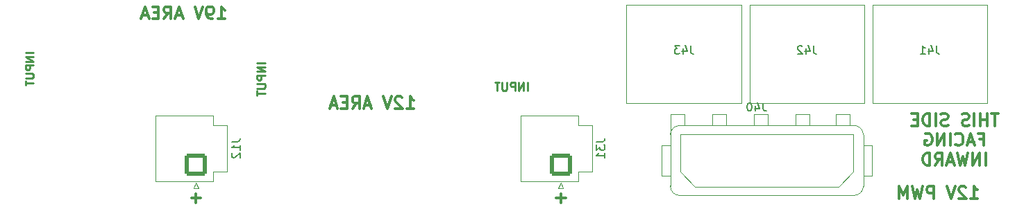
<source format=gbr>
%TF.GenerationSoftware,KiCad,Pcbnew,7.0.7*%
%TF.CreationDate,2023-09-16T18:41:48+02:00*%
%TF.ProjectId,dew_connector_pcb,6465775f-636f-46e6-9e65-63746f725f70,rev?*%
%TF.SameCoordinates,Original*%
%TF.FileFunction,Legend,Bot*%
%TF.FilePolarity,Positive*%
%FSLAX46Y46*%
G04 Gerber Fmt 4.6, Leading zero omitted, Abs format (unit mm)*
G04 Created by KiCad (PCBNEW 7.0.7) date 2023-09-16 18:41:48*
%MOMM*%
%LPD*%
G01*
G04 APERTURE LIST*
G04 Aperture macros list*
%AMRoundRect*
0 Rectangle with rounded corners*
0 $1 Rounding radius*
0 $2 $3 $4 $5 $6 $7 $8 $9 X,Y pos of 4 corners*
0 Add a 4 corners polygon primitive as box body*
4,1,4,$2,$3,$4,$5,$6,$7,$8,$9,$2,$3,0*
0 Add four circle primitives for the rounded corners*
1,1,$1+$1,$2,$3*
1,1,$1+$1,$4,$5*
1,1,$1+$1,$6,$7*
1,1,$1+$1,$8,$9*
0 Add four rect primitives between the rounded corners*
20,1,$1+$1,$2,$3,$4,$5,0*
20,1,$1+$1,$4,$5,$6,$7,0*
20,1,$1+$1,$6,$7,$8,$9,0*
20,1,$1+$1,$8,$9,$2,$3,0*%
G04 Aperture macros list end*
%ADD10C,0.300000*%
%ADD11C,0.250000*%
%ADD12C,0.150000*%
%ADD13C,0.120000*%
%ADD14O,2.000000X5.000000*%
%ADD15O,5.000000X2.000000*%
%ADD16O,2.500000X3.500000*%
%ADD17RoundRect,0.250001X1.099999X-1.099999X1.099999X1.099999X-1.099999X1.099999X-1.099999X-1.099999X0*%
%ADD18C,2.700000*%
%ADD19R,2.780000X2.780000*%
%ADD20C,2.780000*%
G04 APERTURE END LIST*
D10*
X115428571Y-74606900D02*
X116571429Y-74606900D01*
X116000000Y-75178328D02*
X116000000Y-74035471D01*
X70928571Y-74606900D02*
X72071429Y-74606900D01*
X71500000Y-75178328D02*
X71500000Y-74035471D01*
D11*
X111928570Y-61449619D02*
X111928570Y-60449619D01*
X111452380Y-61449619D02*
X111452380Y-60449619D01*
X111452380Y-60449619D02*
X110880952Y-61449619D01*
X110880952Y-61449619D02*
X110880952Y-60449619D01*
X110404761Y-61449619D02*
X110404761Y-60449619D01*
X110404761Y-60449619D02*
X110023809Y-60449619D01*
X110023809Y-60449619D02*
X109928571Y-60497238D01*
X109928571Y-60497238D02*
X109880952Y-60544857D01*
X109880952Y-60544857D02*
X109833333Y-60640095D01*
X109833333Y-60640095D02*
X109833333Y-60782952D01*
X109833333Y-60782952D02*
X109880952Y-60878190D01*
X109880952Y-60878190D02*
X109928571Y-60925809D01*
X109928571Y-60925809D02*
X110023809Y-60973428D01*
X110023809Y-60973428D02*
X110404761Y-60973428D01*
X109404761Y-60449619D02*
X109404761Y-61259142D01*
X109404761Y-61259142D02*
X109357142Y-61354380D01*
X109357142Y-61354380D02*
X109309523Y-61402000D01*
X109309523Y-61402000D02*
X109214285Y-61449619D01*
X109214285Y-61449619D02*
X109023809Y-61449619D01*
X109023809Y-61449619D02*
X108928571Y-61402000D01*
X108928571Y-61402000D02*
X108880952Y-61354380D01*
X108880952Y-61354380D02*
X108833333Y-61259142D01*
X108833333Y-61259142D02*
X108833333Y-60449619D01*
X108499999Y-60449619D02*
X107928571Y-60449619D01*
X108214285Y-61449619D02*
X108214285Y-60449619D01*
X79949619Y-58071429D02*
X78949619Y-58071429D01*
X79949619Y-58547619D02*
X78949619Y-58547619D01*
X78949619Y-58547619D02*
X79949619Y-59119047D01*
X79949619Y-59119047D02*
X78949619Y-59119047D01*
X79949619Y-59595238D02*
X78949619Y-59595238D01*
X78949619Y-59595238D02*
X78949619Y-59976190D01*
X78949619Y-59976190D02*
X78997238Y-60071428D01*
X78997238Y-60071428D02*
X79044857Y-60119047D01*
X79044857Y-60119047D02*
X79140095Y-60166666D01*
X79140095Y-60166666D02*
X79282952Y-60166666D01*
X79282952Y-60166666D02*
X79378190Y-60119047D01*
X79378190Y-60119047D02*
X79425809Y-60071428D01*
X79425809Y-60071428D02*
X79473428Y-59976190D01*
X79473428Y-59976190D02*
X79473428Y-59595238D01*
X78949619Y-60595238D02*
X79759142Y-60595238D01*
X79759142Y-60595238D02*
X79854380Y-60642857D01*
X79854380Y-60642857D02*
X79902000Y-60690476D01*
X79902000Y-60690476D02*
X79949619Y-60785714D01*
X79949619Y-60785714D02*
X79949619Y-60976190D01*
X79949619Y-60976190D02*
X79902000Y-61071428D01*
X79902000Y-61071428D02*
X79854380Y-61119047D01*
X79854380Y-61119047D02*
X79759142Y-61166666D01*
X79759142Y-61166666D02*
X78949619Y-61166666D01*
X78949619Y-61500000D02*
X78949619Y-62071428D01*
X79949619Y-61785714D02*
X78949619Y-61785714D01*
X51699619Y-56821429D02*
X50699619Y-56821429D01*
X51699619Y-57297619D02*
X50699619Y-57297619D01*
X50699619Y-57297619D02*
X51699619Y-57869047D01*
X51699619Y-57869047D02*
X50699619Y-57869047D01*
X51699619Y-58345238D02*
X50699619Y-58345238D01*
X50699619Y-58345238D02*
X50699619Y-58726190D01*
X50699619Y-58726190D02*
X50747238Y-58821428D01*
X50747238Y-58821428D02*
X50794857Y-58869047D01*
X50794857Y-58869047D02*
X50890095Y-58916666D01*
X50890095Y-58916666D02*
X51032952Y-58916666D01*
X51032952Y-58916666D02*
X51128190Y-58869047D01*
X51128190Y-58869047D02*
X51175809Y-58821428D01*
X51175809Y-58821428D02*
X51223428Y-58726190D01*
X51223428Y-58726190D02*
X51223428Y-58345238D01*
X50699619Y-59345238D02*
X51509142Y-59345238D01*
X51509142Y-59345238D02*
X51604380Y-59392857D01*
X51604380Y-59392857D02*
X51652000Y-59440476D01*
X51652000Y-59440476D02*
X51699619Y-59535714D01*
X51699619Y-59535714D02*
X51699619Y-59726190D01*
X51699619Y-59726190D02*
X51652000Y-59821428D01*
X51652000Y-59821428D02*
X51604380Y-59869047D01*
X51604380Y-59869047D02*
X51509142Y-59916666D01*
X51509142Y-59916666D02*
X50699619Y-59916666D01*
X50699619Y-60250000D02*
X50699619Y-60821428D01*
X51699619Y-60535714D02*
X50699619Y-60535714D01*
D10*
X97214284Y-63678328D02*
X98071427Y-63678328D01*
X97642856Y-63678328D02*
X97642856Y-62178328D01*
X97642856Y-62178328D02*
X97785713Y-62392614D01*
X97785713Y-62392614D02*
X97928570Y-62535471D01*
X97928570Y-62535471D02*
X98071427Y-62606900D01*
X96642856Y-62321185D02*
X96571428Y-62249757D01*
X96571428Y-62249757D02*
X96428571Y-62178328D01*
X96428571Y-62178328D02*
X96071428Y-62178328D01*
X96071428Y-62178328D02*
X95928571Y-62249757D01*
X95928571Y-62249757D02*
X95857142Y-62321185D01*
X95857142Y-62321185D02*
X95785713Y-62464042D01*
X95785713Y-62464042D02*
X95785713Y-62606900D01*
X95785713Y-62606900D02*
X95857142Y-62821185D01*
X95857142Y-62821185D02*
X96714285Y-63678328D01*
X96714285Y-63678328D02*
X95785713Y-63678328D01*
X95357142Y-62178328D02*
X94857142Y-63678328D01*
X94857142Y-63678328D02*
X94357142Y-62178328D01*
X92785714Y-63249757D02*
X92071429Y-63249757D01*
X92928571Y-63678328D02*
X92428571Y-62178328D01*
X92428571Y-62178328D02*
X91928571Y-63678328D01*
X90571429Y-63678328D02*
X91071429Y-62964042D01*
X91428572Y-63678328D02*
X91428572Y-62178328D01*
X91428572Y-62178328D02*
X90857143Y-62178328D01*
X90857143Y-62178328D02*
X90714286Y-62249757D01*
X90714286Y-62249757D02*
X90642857Y-62321185D01*
X90642857Y-62321185D02*
X90571429Y-62464042D01*
X90571429Y-62464042D02*
X90571429Y-62678328D01*
X90571429Y-62678328D02*
X90642857Y-62821185D01*
X90642857Y-62821185D02*
X90714286Y-62892614D01*
X90714286Y-62892614D02*
X90857143Y-62964042D01*
X90857143Y-62964042D02*
X91428572Y-62964042D01*
X89928572Y-62892614D02*
X89428572Y-62892614D01*
X89214286Y-63678328D02*
X89928572Y-63678328D01*
X89928572Y-63678328D02*
X89928572Y-62178328D01*
X89928572Y-62178328D02*
X89214286Y-62178328D01*
X88642857Y-63249757D02*
X87928572Y-63249757D01*
X88785714Y-63678328D02*
X88285714Y-62178328D01*
X88285714Y-62178328D02*
X87785714Y-63678328D01*
X165964284Y-74678328D02*
X166821427Y-74678328D01*
X166392856Y-74678328D02*
X166392856Y-73178328D01*
X166392856Y-73178328D02*
X166535713Y-73392614D01*
X166535713Y-73392614D02*
X166678570Y-73535471D01*
X166678570Y-73535471D02*
X166821427Y-73606900D01*
X165392856Y-73321185D02*
X165321428Y-73249757D01*
X165321428Y-73249757D02*
X165178571Y-73178328D01*
X165178571Y-73178328D02*
X164821428Y-73178328D01*
X164821428Y-73178328D02*
X164678571Y-73249757D01*
X164678571Y-73249757D02*
X164607142Y-73321185D01*
X164607142Y-73321185D02*
X164535713Y-73464042D01*
X164535713Y-73464042D02*
X164535713Y-73606900D01*
X164535713Y-73606900D02*
X164607142Y-73821185D01*
X164607142Y-73821185D02*
X165464285Y-74678328D01*
X165464285Y-74678328D02*
X164535713Y-74678328D01*
X164107142Y-73178328D02*
X163607142Y-74678328D01*
X163607142Y-74678328D02*
X163107142Y-73178328D01*
X161464286Y-74678328D02*
X161464286Y-73178328D01*
X161464286Y-73178328D02*
X160892857Y-73178328D01*
X160892857Y-73178328D02*
X160750000Y-73249757D01*
X160750000Y-73249757D02*
X160678571Y-73321185D01*
X160678571Y-73321185D02*
X160607143Y-73464042D01*
X160607143Y-73464042D02*
X160607143Y-73678328D01*
X160607143Y-73678328D02*
X160678571Y-73821185D01*
X160678571Y-73821185D02*
X160750000Y-73892614D01*
X160750000Y-73892614D02*
X160892857Y-73964042D01*
X160892857Y-73964042D02*
X161464286Y-73964042D01*
X160107143Y-73178328D02*
X159750000Y-74678328D01*
X159750000Y-74678328D02*
X159464286Y-73606900D01*
X159464286Y-73606900D02*
X159178571Y-74678328D01*
X159178571Y-74678328D02*
X158821429Y-73178328D01*
X158250000Y-74678328D02*
X158250000Y-73178328D01*
X158250000Y-73178328D02*
X157750000Y-74249757D01*
X157750000Y-74249757D02*
X157250000Y-73178328D01*
X157250000Y-73178328D02*
X157250000Y-74678328D01*
X74214284Y-52678328D02*
X75071427Y-52678328D01*
X74642856Y-52678328D02*
X74642856Y-51178328D01*
X74642856Y-51178328D02*
X74785713Y-51392614D01*
X74785713Y-51392614D02*
X74928570Y-51535471D01*
X74928570Y-51535471D02*
X75071427Y-51606900D01*
X73499999Y-52678328D02*
X73214285Y-52678328D01*
X73214285Y-52678328D02*
X73071428Y-52606900D01*
X73071428Y-52606900D02*
X72999999Y-52535471D01*
X72999999Y-52535471D02*
X72857142Y-52321185D01*
X72857142Y-52321185D02*
X72785713Y-52035471D01*
X72785713Y-52035471D02*
X72785713Y-51464042D01*
X72785713Y-51464042D02*
X72857142Y-51321185D01*
X72857142Y-51321185D02*
X72928571Y-51249757D01*
X72928571Y-51249757D02*
X73071428Y-51178328D01*
X73071428Y-51178328D02*
X73357142Y-51178328D01*
X73357142Y-51178328D02*
X73499999Y-51249757D01*
X73499999Y-51249757D02*
X73571428Y-51321185D01*
X73571428Y-51321185D02*
X73642856Y-51464042D01*
X73642856Y-51464042D02*
X73642856Y-51821185D01*
X73642856Y-51821185D02*
X73571428Y-51964042D01*
X73571428Y-51964042D02*
X73499999Y-52035471D01*
X73499999Y-52035471D02*
X73357142Y-52106900D01*
X73357142Y-52106900D02*
X73071428Y-52106900D01*
X73071428Y-52106900D02*
X72928571Y-52035471D01*
X72928571Y-52035471D02*
X72857142Y-51964042D01*
X72857142Y-51964042D02*
X72785713Y-51821185D01*
X72357142Y-51178328D02*
X71857142Y-52678328D01*
X71857142Y-52678328D02*
X71357142Y-51178328D01*
X69785714Y-52249757D02*
X69071429Y-52249757D01*
X69928571Y-52678328D02*
X69428571Y-51178328D01*
X69428571Y-51178328D02*
X68928571Y-52678328D01*
X67571429Y-52678328D02*
X68071429Y-51964042D01*
X68428572Y-52678328D02*
X68428572Y-51178328D01*
X68428572Y-51178328D02*
X67857143Y-51178328D01*
X67857143Y-51178328D02*
X67714286Y-51249757D01*
X67714286Y-51249757D02*
X67642857Y-51321185D01*
X67642857Y-51321185D02*
X67571429Y-51464042D01*
X67571429Y-51464042D02*
X67571429Y-51678328D01*
X67571429Y-51678328D02*
X67642857Y-51821185D01*
X67642857Y-51821185D02*
X67714286Y-51892614D01*
X67714286Y-51892614D02*
X67857143Y-51964042D01*
X67857143Y-51964042D02*
X68428572Y-51964042D01*
X66928572Y-51892614D02*
X66428572Y-51892614D01*
X66214286Y-52678328D02*
X66928572Y-52678328D01*
X66928572Y-52678328D02*
X66928572Y-51178328D01*
X66928572Y-51178328D02*
X66214286Y-51178328D01*
X65642857Y-52249757D02*
X64928572Y-52249757D01*
X65785714Y-52678328D02*
X65285714Y-51178328D01*
X65285714Y-51178328D02*
X64785714Y-52678328D01*
X169357142Y-64263328D02*
X168500000Y-64263328D01*
X168928571Y-65763328D02*
X168928571Y-64263328D01*
X168000000Y-65763328D02*
X168000000Y-64263328D01*
X168000000Y-64977614D02*
X167142857Y-64977614D01*
X167142857Y-65763328D02*
X167142857Y-64263328D01*
X166428571Y-65763328D02*
X166428571Y-64263328D01*
X165785713Y-65691900D02*
X165571428Y-65763328D01*
X165571428Y-65763328D02*
X165214285Y-65763328D01*
X165214285Y-65763328D02*
X165071428Y-65691900D01*
X165071428Y-65691900D02*
X164999999Y-65620471D01*
X164999999Y-65620471D02*
X164928570Y-65477614D01*
X164928570Y-65477614D02*
X164928570Y-65334757D01*
X164928570Y-65334757D02*
X164999999Y-65191900D01*
X164999999Y-65191900D02*
X165071428Y-65120471D01*
X165071428Y-65120471D02*
X165214285Y-65049042D01*
X165214285Y-65049042D02*
X165499999Y-64977614D01*
X165499999Y-64977614D02*
X165642856Y-64906185D01*
X165642856Y-64906185D02*
X165714285Y-64834757D01*
X165714285Y-64834757D02*
X165785713Y-64691900D01*
X165785713Y-64691900D02*
X165785713Y-64549042D01*
X165785713Y-64549042D02*
X165714285Y-64406185D01*
X165714285Y-64406185D02*
X165642856Y-64334757D01*
X165642856Y-64334757D02*
X165499999Y-64263328D01*
X165499999Y-64263328D02*
X165142856Y-64263328D01*
X165142856Y-64263328D02*
X164928570Y-64334757D01*
X163214285Y-65691900D02*
X163000000Y-65763328D01*
X163000000Y-65763328D02*
X162642857Y-65763328D01*
X162642857Y-65763328D02*
X162500000Y-65691900D01*
X162500000Y-65691900D02*
X162428571Y-65620471D01*
X162428571Y-65620471D02*
X162357142Y-65477614D01*
X162357142Y-65477614D02*
X162357142Y-65334757D01*
X162357142Y-65334757D02*
X162428571Y-65191900D01*
X162428571Y-65191900D02*
X162500000Y-65120471D01*
X162500000Y-65120471D02*
X162642857Y-65049042D01*
X162642857Y-65049042D02*
X162928571Y-64977614D01*
X162928571Y-64977614D02*
X163071428Y-64906185D01*
X163071428Y-64906185D02*
X163142857Y-64834757D01*
X163142857Y-64834757D02*
X163214285Y-64691900D01*
X163214285Y-64691900D02*
X163214285Y-64549042D01*
X163214285Y-64549042D02*
X163142857Y-64406185D01*
X163142857Y-64406185D02*
X163071428Y-64334757D01*
X163071428Y-64334757D02*
X162928571Y-64263328D01*
X162928571Y-64263328D02*
X162571428Y-64263328D01*
X162571428Y-64263328D02*
X162357142Y-64334757D01*
X161714286Y-65763328D02*
X161714286Y-64263328D01*
X161000000Y-65763328D02*
X161000000Y-64263328D01*
X161000000Y-64263328D02*
X160642857Y-64263328D01*
X160642857Y-64263328D02*
X160428571Y-64334757D01*
X160428571Y-64334757D02*
X160285714Y-64477614D01*
X160285714Y-64477614D02*
X160214285Y-64620471D01*
X160214285Y-64620471D02*
X160142857Y-64906185D01*
X160142857Y-64906185D02*
X160142857Y-65120471D01*
X160142857Y-65120471D02*
X160214285Y-65406185D01*
X160214285Y-65406185D02*
X160285714Y-65549042D01*
X160285714Y-65549042D02*
X160428571Y-65691900D01*
X160428571Y-65691900D02*
X160642857Y-65763328D01*
X160642857Y-65763328D02*
X161000000Y-65763328D01*
X159500000Y-64977614D02*
X159000000Y-64977614D01*
X158785714Y-65763328D02*
X159500000Y-65763328D01*
X159500000Y-65763328D02*
X159500000Y-64263328D01*
X159500000Y-64263328D02*
X158785714Y-64263328D01*
X167071428Y-67392614D02*
X167571428Y-67392614D01*
X167571428Y-68178328D02*
X167571428Y-66678328D01*
X167571428Y-66678328D02*
X166857142Y-66678328D01*
X166357142Y-67749757D02*
X165642857Y-67749757D01*
X166499999Y-68178328D02*
X165999999Y-66678328D01*
X165999999Y-66678328D02*
X165499999Y-68178328D01*
X164142857Y-68035471D02*
X164214285Y-68106900D01*
X164214285Y-68106900D02*
X164428571Y-68178328D01*
X164428571Y-68178328D02*
X164571428Y-68178328D01*
X164571428Y-68178328D02*
X164785714Y-68106900D01*
X164785714Y-68106900D02*
X164928571Y-67964042D01*
X164928571Y-67964042D02*
X165000000Y-67821185D01*
X165000000Y-67821185D02*
X165071428Y-67535471D01*
X165071428Y-67535471D02*
X165071428Y-67321185D01*
X165071428Y-67321185D02*
X165000000Y-67035471D01*
X165000000Y-67035471D02*
X164928571Y-66892614D01*
X164928571Y-66892614D02*
X164785714Y-66749757D01*
X164785714Y-66749757D02*
X164571428Y-66678328D01*
X164571428Y-66678328D02*
X164428571Y-66678328D01*
X164428571Y-66678328D02*
X164214285Y-66749757D01*
X164214285Y-66749757D02*
X164142857Y-66821185D01*
X163500000Y-68178328D02*
X163500000Y-66678328D01*
X162785714Y-68178328D02*
X162785714Y-66678328D01*
X162785714Y-66678328D02*
X161928571Y-68178328D01*
X161928571Y-68178328D02*
X161928571Y-66678328D01*
X160428570Y-66749757D02*
X160571428Y-66678328D01*
X160571428Y-66678328D02*
X160785713Y-66678328D01*
X160785713Y-66678328D02*
X160999999Y-66749757D01*
X160999999Y-66749757D02*
X161142856Y-66892614D01*
X161142856Y-66892614D02*
X161214285Y-67035471D01*
X161214285Y-67035471D02*
X161285713Y-67321185D01*
X161285713Y-67321185D02*
X161285713Y-67535471D01*
X161285713Y-67535471D02*
X161214285Y-67821185D01*
X161214285Y-67821185D02*
X161142856Y-67964042D01*
X161142856Y-67964042D02*
X160999999Y-68106900D01*
X160999999Y-68106900D02*
X160785713Y-68178328D01*
X160785713Y-68178328D02*
X160642856Y-68178328D01*
X160642856Y-68178328D02*
X160428570Y-68106900D01*
X160428570Y-68106900D02*
X160357142Y-68035471D01*
X160357142Y-68035471D02*
X160357142Y-67535471D01*
X160357142Y-67535471D02*
X160642856Y-67535471D01*
X167785714Y-70593328D02*
X167785714Y-69093328D01*
X167071428Y-70593328D02*
X167071428Y-69093328D01*
X167071428Y-69093328D02*
X166214285Y-70593328D01*
X166214285Y-70593328D02*
X166214285Y-69093328D01*
X165642856Y-69093328D02*
X165285713Y-70593328D01*
X165285713Y-70593328D02*
X164999999Y-69521900D01*
X164999999Y-69521900D02*
X164714284Y-70593328D01*
X164714284Y-70593328D02*
X164357142Y-69093328D01*
X163857141Y-70164757D02*
X163142856Y-70164757D01*
X163999998Y-70593328D02*
X163499998Y-69093328D01*
X163499998Y-69093328D02*
X162999998Y-70593328D01*
X161642856Y-70593328D02*
X162142856Y-69879042D01*
X162499999Y-70593328D02*
X162499999Y-69093328D01*
X162499999Y-69093328D02*
X161928570Y-69093328D01*
X161928570Y-69093328D02*
X161785713Y-69164757D01*
X161785713Y-69164757D02*
X161714284Y-69236185D01*
X161714284Y-69236185D02*
X161642856Y-69379042D01*
X161642856Y-69379042D02*
X161642856Y-69593328D01*
X161642856Y-69593328D02*
X161714284Y-69736185D01*
X161714284Y-69736185D02*
X161785713Y-69807614D01*
X161785713Y-69807614D02*
X161928570Y-69879042D01*
X161928570Y-69879042D02*
X162499999Y-69879042D01*
X160999999Y-70593328D02*
X160999999Y-69093328D01*
X160999999Y-69093328D02*
X160642856Y-69093328D01*
X160642856Y-69093328D02*
X160428570Y-69164757D01*
X160428570Y-69164757D02*
X160285713Y-69307614D01*
X160285713Y-69307614D02*
X160214284Y-69450471D01*
X160214284Y-69450471D02*
X160142856Y-69736185D01*
X160142856Y-69736185D02*
X160142856Y-69950471D01*
X160142856Y-69950471D02*
X160214284Y-70236185D01*
X160214284Y-70236185D02*
X160285713Y-70379042D01*
X160285713Y-70379042D02*
X160428570Y-70521900D01*
X160428570Y-70521900D02*
X160642856Y-70593328D01*
X160642856Y-70593328D02*
X160999999Y-70593328D01*
D12*
X131809523Y-55954819D02*
X131809523Y-56669104D01*
X131809523Y-56669104D02*
X131857142Y-56811961D01*
X131857142Y-56811961D02*
X131952380Y-56907200D01*
X131952380Y-56907200D02*
X132095237Y-56954819D01*
X132095237Y-56954819D02*
X132190475Y-56954819D01*
X130904761Y-56288152D02*
X130904761Y-56954819D01*
X131142856Y-55907200D02*
X131380951Y-56621485D01*
X131380951Y-56621485D02*
X130761904Y-56621485D01*
X130476189Y-55954819D02*
X129857142Y-55954819D01*
X129857142Y-55954819D02*
X130190475Y-56335771D01*
X130190475Y-56335771D02*
X130047618Y-56335771D01*
X130047618Y-56335771D02*
X129952380Y-56383390D01*
X129952380Y-56383390D02*
X129904761Y-56431009D01*
X129904761Y-56431009D02*
X129857142Y-56526247D01*
X129857142Y-56526247D02*
X129857142Y-56764342D01*
X129857142Y-56764342D02*
X129904761Y-56859580D01*
X129904761Y-56859580D02*
X129952380Y-56907200D01*
X129952380Y-56907200D02*
X130047618Y-56954819D01*
X130047618Y-56954819D02*
X130333332Y-56954819D01*
X130333332Y-56954819D02*
X130428570Y-56907200D01*
X130428570Y-56907200D02*
X130476189Y-56859580D01*
X75854819Y-67710476D02*
X76569104Y-67710476D01*
X76569104Y-67710476D02*
X76711961Y-67662857D01*
X76711961Y-67662857D02*
X76807200Y-67567619D01*
X76807200Y-67567619D02*
X76854819Y-67424762D01*
X76854819Y-67424762D02*
X76854819Y-67329524D01*
X76854819Y-68710476D02*
X76854819Y-68139048D01*
X76854819Y-68424762D02*
X75854819Y-68424762D01*
X75854819Y-68424762D02*
X75997676Y-68329524D01*
X75997676Y-68329524D02*
X76092914Y-68234286D01*
X76092914Y-68234286D02*
X76140533Y-68139048D01*
X75950057Y-69091429D02*
X75902438Y-69139048D01*
X75902438Y-69139048D02*
X75854819Y-69234286D01*
X75854819Y-69234286D02*
X75854819Y-69472381D01*
X75854819Y-69472381D02*
X75902438Y-69567619D01*
X75902438Y-69567619D02*
X75950057Y-69615238D01*
X75950057Y-69615238D02*
X76045295Y-69662857D01*
X76045295Y-69662857D02*
X76140533Y-69662857D01*
X76140533Y-69662857D02*
X76283390Y-69615238D01*
X76283390Y-69615238D02*
X76854819Y-69043810D01*
X76854819Y-69043810D02*
X76854819Y-69662857D01*
X120354819Y-67710476D02*
X121069104Y-67710476D01*
X121069104Y-67710476D02*
X121211961Y-67662857D01*
X121211961Y-67662857D02*
X121307200Y-67567619D01*
X121307200Y-67567619D02*
X121354819Y-67424762D01*
X121354819Y-67424762D02*
X121354819Y-67329524D01*
X120354819Y-68091429D02*
X120354819Y-68710476D01*
X120354819Y-68710476D02*
X120735771Y-68377143D01*
X120735771Y-68377143D02*
X120735771Y-68520000D01*
X120735771Y-68520000D02*
X120783390Y-68615238D01*
X120783390Y-68615238D02*
X120831009Y-68662857D01*
X120831009Y-68662857D02*
X120926247Y-68710476D01*
X120926247Y-68710476D02*
X121164342Y-68710476D01*
X121164342Y-68710476D02*
X121259580Y-68662857D01*
X121259580Y-68662857D02*
X121307200Y-68615238D01*
X121307200Y-68615238D02*
X121354819Y-68520000D01*
X121354819Y-68520000D02*
X121354819Y-68234286D01*
X121354819Y-68234286D02*
X121307200Y-68139048D01*
X121307200Y-68139048D02*
X121259580Y-68091429D01*
X121354819Y-69662857D02*
X121354819Y-69091429D01*
X121354819Y-69377143D02*
X120354819Y-69377143D01*
X120354819Y-69377143D02*
X120497676Y-69281905D01*
X120497676Y-69281905D02*
X120592914Y-69186667D01*
X120592914Y-69186667D02*
X120640533Y-69091429D01*
X140659523Y-62954819D02*
X140659523Y-63669104D01*
X140659523Y-63669104D02*
X140707142Y-63811961D01*
X140707142Y-63811961D02*
X140802380Y-63907200D01*
X140802380Y-63907200D02*
X140945237Y-63954819D01*
X140945237Y-63954819D02*
X141040475Y-63954819D01*
X139754761Y-63288152D02*
X139754761Y-63954819D01*
X139992856Y-62907200D02*
X140230951Y-63621485D01*
X140230951Y-63621485D02*
X139611904Y-63621485D01*
X139040475Y-62954819D02*
X138945237Y-62954819D01*
X138945237Y-62954819D02*
X138849999Y-63002438D01*
X138849999Y-63002438D02*
X138802380Y-63050057D01*
X138802380Y-63050057D02*
X138754761Y-63145295D01*
X138754761Y-63145295D02*
X138707142Y-63335771D01*
X138707142Y-63335771D02*
X138707142Y-63573866D01*
X138707142Y-63573866D02*
X138754761Y-63764342D01*
X138754761Y-63764342D02*
X138802380Y-63859580D01*
X138802380Y-63859580D02*
X138849999Y-63907200D01*
X138849999Y-63907200D02*
X138945237Y-63954819D01*
X138945237Y-63954819D02*
X139040475Y-63954819D01*
X139040475Y-63954819D02*
X139135713Y-63907200D01*
X139135713Y-63907200D02*
X139183332Y-63859580D01*
X139183332Y-63859580D02*
X139230951Y-63764342D01*
X139230951Y-63764342D02*
X139278570Y-63573866D01*
X139278570Y-63573866D02*
X139278570Y-63335771D01*
X139278570Y-63335771D02*
X139230951Y-63145295D01*
X139230951Y-63145295D02*
X139183332Y-63050057D01*
X139183332Y-63050057D02*
X139135713Y-63002438D01*
X139135713Y-63002438D02*
X139040475Y-62954819D01*
X161809523Y-55954819D02*
X161809523Y-56669104D01*
X161809523Y-56669104D02*
X161857142Y-56811961D01*
X161857142Y-56811961D02*
X161952380Y-56907200D01*
X161952380Y-56907200D02*
X162095237Y-56954819D01*
X162095237Y-56954819D02*
X162190475Y-56954819D01*
X160904761Y-56288152D02*
X160904761Y-56954819D01*
X161142856Y-55907200D02*
X161380951Y-56621485D01*
X161380951Y-56621485D02*
X160761904Y-56621485D01*
X159857142Y-56954819D02*
X160428570Y-56954819D01*
X160142856Y-56954819D02*
X160142856Y-55954819D01*
X160142856Y-55954819D02*
X160238094Y-56097676D01*
X160238094Y-56097676D02*
X160333332Y-56192914D01*
X160333332Y-56192914D02*
X160428570Y-56240533D01*
X146809523Y-55954819D02*
X146809523Y-56669104D01*
X146809523Y-56669104D02*
X146857142Y-56811961D01*
X146857142Y-56811961D02*
X146952380Y-56907200D01*
X146952380Y-56907200D02*
X147095237Y-56954819D01*
X147095237Y-56954819D02*
X147190475Y-56954819D01*
X145904761Y-56288152D02*
X145904761Y-56954819D01*
X146142856Y-55907200D02*
X146380951Y-56621485D01*
X146380951Y-56621485D02*
X145761904Y-56621485D01*
X145428570Y-56050057D02*
X145380951Y-56002438D01*
X145380951Y-56002438D02*
X145285713Y-55954819D01*
X145285713Y-55954819D02*
X145047618Y-55954819D01*
X145047618Y-55954819D02*
X144952380Y-56002438D01*
X144952380Y-56002438D02*
X144904761Y-56050057D01*
X144904761Y-56050057D02*
X144857142Y-56145295D01*
X144857142Y-56145295D02*
X144857142Y-56240533D01*
X144857142Y-56240533D02*
X144904761Y-56383390D01*
X144904761Y-56383390D02*
X145476189Y-56954819D01*
X145476189Y-56954819D02*
X144857142Y-56954819D01*
D13*
%TO.C,J43*%
X138000000Y-51000000D02*
X124000000Y-51000000D01*
X124000000Y-51000000D02*
X124000000Y-63000000D01*
X124000000Y-63000000D02*
X138000000Y-63000000D01*
X138000000Y-63000000D02*
X138000000Y-51000000D01*
%TO.C,J12*%
X71200000Y-73360000D02*
X71800000Y-73360000D01*
X71800000Y-73360000D02*
X71500000Y-72760000D01*
X71500000Y-72760000D02*
X71200000Y-73360000D01*
X66590000Y-72560000D02*
X73610000Y-72560000D01*
X73610000Y-72560000D02*
X73610000Y-71360000D01*
X73610000Y-71360000D02*
X75310000Y-71360000D01*
X75310000Y-71360000D02*
X75310000Y-65680000D01*
X73610000Y-65680000D02*
X73610000Y-64480000D01*
X75310000Y-65680000D02*
X73610000Y-65680000D01*
X66590000Y-64480000D02*
X66590000Y-72560000D01*
X73610000Y-64480000D02*
X66590000Y-64480000D01*
%TO.C,J31*%
X115700000Y-73360000D02*
X116300000Y-73360000D01*
X116300000Y-73360000D02*
X116000000Y-72760000D01*
X116000000Y-72760000D02*
X115700000Y-73360000D01*
X111090000Y-72560000D02*
X118110000Y-72560000D01*
X118110000Y-72560000D02*
X118110000Y-71360000D01*
X118110000Y-71360000D02*
X119810000Y-71360000D01*
X119810000Y-71360000D02*
X119810000Y-65680000D01*
X118110000Y-65680000D02*
X118110000Y-64480000D01*
X119810000Y-65680000D02*
X118110000Y-65680000D01*
X111090000Y-64480000D02*
X111090000Y-72560000D01*
X118110000Y-64480000D02*
X111090000Y-64480000D01*
%TO.C,J40*%
X153970000Y-71860000D02*
X153970000Y-68140000D01*
X153970000Y-68140000D02*
X152890000Y-68140000D01*
X152890000Y-71860000D02*
X153970000Y-71860000D01*
X152890000Y-66860000D02*
X152890000Y-73140000D01*
X151750000Y-74280000D02*
X130490000Y-74280000D01*
X151690000Y-71390000D02*
X151690000Y-66780000D01*
X151690000Y-66780000D02*
X130550000Y-66780000D01*
X151210000Y-65720000D02*
X151210000Y-64330000D01*
X151210000Y-64330000D02*
X149520000Y-64330000D01*
X149860000Y-73220000D02*
X151690000Y-71390000D01*
X149520000Y-64330000D02*
X149520000Y-65720000D01*
X146320000Y-65720000D02*
X146320000Y-64330000D01*
X146320000Y-64330000D02*
X144630000Y-64330000D01*
X144630000Y-64330000D02*
X144630000Y-65720000D01*
X141240000Y-65720000D02*
X141240000Y-64330000D01*
X141240000Y-64330000D02*
X139550000Y-64330000D01*
X139550000Y-64330000D02*
X139550000Y-65720000D01*
X136140000Y-65720000D02*
X136140000Y-64330000D01*
X136140000Y-64330000D02*
X134450000Y-64330000D01*
X134450000Y-64330000D02*
X134450000Y-65720000D01*
X132380000Y-73220000D02*
X149860000Y-73220000D01*
X131040000Y-65720000D02*
X131040000Y-64330000D01*
X131040000Y-64330000D02*
X129350000Y-64330000D01*
X130550000Y-71390000D02*
X132380000Y-73220000D01*
X130550000Y-66780000D02*
X130550000Y-71390000D01*
X130490000Y-65720000D02*
X151750000Y-65720000D01*
X129350000Y-73140000D02*
X129350000Y-64330000D01*
X129350000Y-71860000D02*
X128270000Y-71860000D01*
X128270000Y-71860000D02*
X128270000Y-68140000D01*
X128270000Y-68140000D02*
X129350000Y-68140000D01*
X151750000Y-74280000D02*
G75*
G03*
X152890000Y-73140000I1J1139999D01*
G01*
X152890000Y-66860000D02*
G75*
G03*
X151750000Y-65720000I-1139999J1D01*
G01*
X129350000Y-73140000D02*
G75*
G03*
X130490000Y-74280000I1140000J0D01*
G01*
X130490000Y-65720000D02*
G75*
G03*
X129350000Y-66860000I0J-1140000D01*
G01*
%TO.C,J41*%
X168000000Y-51000000D02*
X154000000Y-51000000D01*
X154000000Y-51000000D02*
X154000000Y-63000000D01*
X154000000Y-63000000D02*
X168000000Y-63000000D01*
X168000000Y-63000000D02*
X168000000Y-51000000D01*
%TO.C,J42*%
X153000000Y-51000000D02*
X139000000Y-51000000D01*
X139000000Y-51000000D02*
X139000000Y-63000000D01*
X139000000Y-63000000D02*
X153000000Y-63000000D01*
X153000000Y-63000000D02*
X153000000Y-51000000D01*
%TD*%
%LPC*%
D14*
%TO.C,J23*%
X103750000Y-69000000D03*
D15*
X100000000Y-65250000D03*
D14*
X96250000Y-69000000D03*
%TD*%
%TO.C,J11*%
X61750000Y-69000000D03*
D15*
X58000000Y-65250000D03*
D14*
X54250000Y-69000000D03*
%TD*%
%TO.C,J30*%
X112250000Y-56000000D03*
D15*
X116000000Y-59750000D03*
D14*
X119750000Y-56000000D03*
%TD*%
%TO.C,J20*%
X82250000Y-56000000D03*
D15*
X86000000Y-59750000D03*
D14*
X89750000Y-56000000D03*
%TD*%
%TO.C,J21*%
X89750000Y-69000000D03*
D15*
X86000000Y-65250000D03*
D14*
X82250000Y-69000000D03*
%TD*%
%TO.C,J22*%
X96250000Y-56000000D03*
D15*
X100000000Y-59750000D03*
D14*
X103750000Y-56000000D03*
%TD*%
%TO.C,J10*%
X54250000Y-56000000D03*
D15*
X58000000Y-59750000D03*
D14*
X61750000Y-56000000D03*
%TD*%
D16*
%TO.C,J43*%
X136500000Y-57000000D03*
X125500000Y-56000000D03*
X135000000Y-53500000D03*
X131500000Y-59500000D03*
%TD*%
D17*
%TO.C,J12*%
X71500000Y-70500000D03*
D18*
X71500000Y-66540000D03*
%TD*%
D17*
%TO.C,J31*%
X116000000Y-70500000D03*
D18*
X116000000Y-66540000D03*
%TD*%
D19*
%TO.C,J40*%
X148740000Y-70000000D03*
D20*
X143660000Y-70000000D03*
X138580000Y-70000000D03*
X133500000Y-70000000D03*
%TD*%
D16*
%TO.C,J41*%
X166500000Y-57000000D03*
X155500000Y-56000000D03*
X165000000Y-53500000D03*
X161500000Y-59500000D03*
%TD*%
%TO.C,J42*%
X151500000Y-57000000D03*
X140500000Y-56000000D03*
X150000000Y-53500000D03*
X146500000Y-59500000D03*
%TD*%
%LPD*%
M02*

</source>
